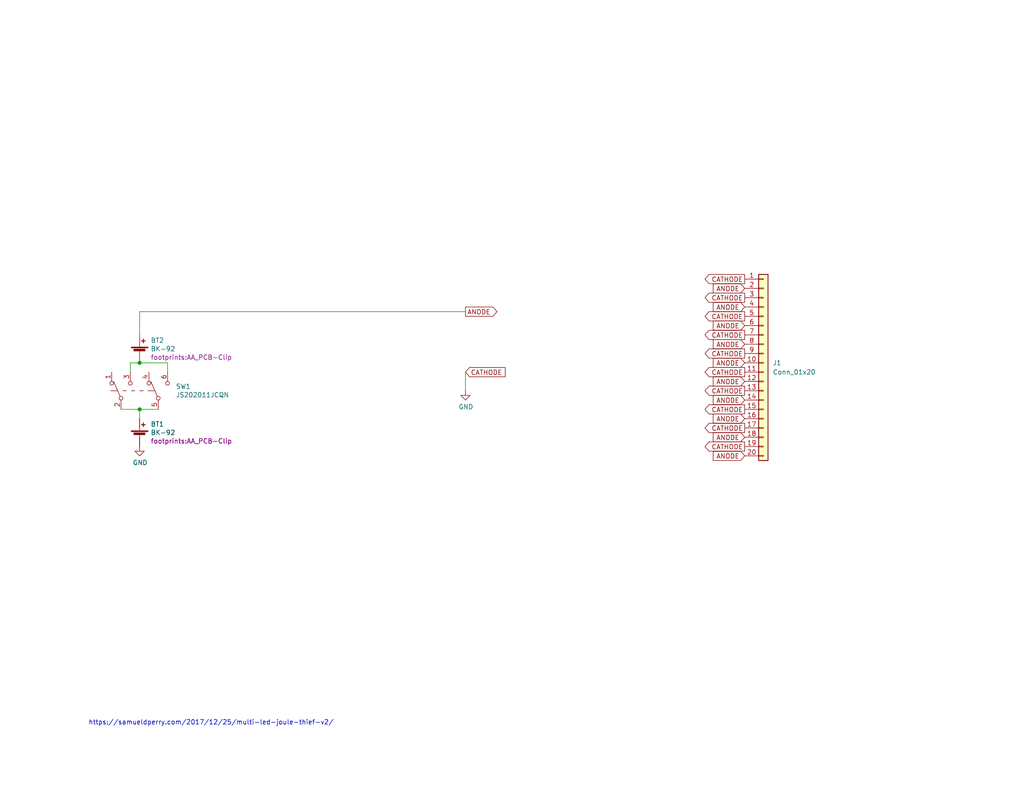
<source format=kicad_sch>
(kicad_sch (version 20211123) (generator eeschema)
  (paper "USLetter")
  (title_block (title "2021 Ornament") (date "2021-10-24") (rev "A") (company "Blaise Thompson"))
  (lib_symbols
    (symbol "Connector_Generic:Conn_01x20" (pin_names (offset 1.016) hide)
      (property "Reference" "J" (at 0 25.4 0))
      (property "Value" "Conn_01x20" (at 0 -27.94 0))
      (symbol "Conn_01x20_1_1"
        (rectangle (start -1.27 -25.273) (end 0 -25.527) (stroke (width 0.1524)))
        (rectangle (start -1.27 -22.733) (end 0 -22.987) (stroke (width 0.1524)))
        (rectangle (start -1.27 -20.193) (end 0 -20.447) (stroke (width 0.1524)))
        (rectangle (start -1.27 -17.653) (end 0 -17.907) (stroke (width 0.1524)))
        (rectangle (start -1.27 -15.113) (end 0 -15.367) (stroke (width 0.1524)))
        (rectangle (start -1.27 -12.573) (end 0 -12.827) (stroke (width 0.1524)))
        (rectangle (start -1.27 -10.033) (end 0 -10.287) (stroke (width 0.1524)))
        (rectangle (start -1.27 -7.493) (end 0 -7.747) (stroke (width 0.1524)))
        (rectangle (start -1.27 -4.953) (end 0 -5.207) (stroke (width 0.1524)))
        (rectangle (start -1.27 -2.413) (end 0 -2.667) (stroke (width 0.1524)))
        (rectangle (start -1.27 0.127) (end 0 -0.127) (stroke (width 0.1524)))
        (rectangle (start -1.27 2.667) (end 0 2.413) (stroke (width 0.1524)))
        (rectangle (start -1.27 5.207) (end 0 4.953) (stroke (width 0.1524)))
        (rectangle (start -1.27 7.747) (end 0 7.493) (stroke (width 0.1524)))
        (rectangle (start -1.27 10.287) (end 0 10.033) (stroke (width 0.1524)))
        (rectangle (start -1.27 12.827) (end 0 12.573) (stroke (width 0.1524)))
        (rectangle (start -1.27 15.367) (end 0 15.113) (stroke (width 0.1524)))
        (rectangle (start -1.27 17.907) (end 0 17.653) (stroke (width 0.1524)))
        (rectangle (start -1.27 20.447) (end 0 20.193) (stroke (width 0.1524)))
        (rectangle (start -1.27 22.987) (end 0 22.733) (stroke (width 0.1524)))
        (rectangle (start -1.27 24.13) (end 1.27 -26.67) (stroke (width 0.254)) (fill (type background)))
        (pin passive line (at -5.08 22.86 0) (length 3.81) (name "Pin_1") (number "1"))
        (pin passive line (at -5.08 0 0) (length 3.81) (name "Pin_10") (number "10"))
        (pin passive line (at -5.08 -2.54 0) (length 3.81) (name "Pin_11") (number "11"))
        (pin passive line (at -5.08 -5.08 0) (length 3.81) (name "Pin_12") (number "12"))
        (pin passive line (at -5.08 -7.62 0) (length 3.81) (name "Pin_13") (number "13"))
        (pin passive line (at -5.08 -10.16 0) (length 3.81) (name "Pin_14") (number "14"))
        (pin passive line (at -5.08 -12.7 0) (length 3.81) (name "Pin_15") (number "15"))
        (pin passive line (at -5.08 -15.24 0) (length 3.81) (name "Pin_16") (number "16"))
        (pin passive line (at -5.08 -17.78 0) (length 3.81) (name "Pin_17") (number "17"))
        (pin passive line (at -5.08 -20.32 0) (length 3.81) (name "Pin_18") (number "18"))
        (pin passive line (at -5.08 -22.86 0) (length 3.81) (name "Pin_19") (number "19"))
        (pin passive line (at -5.08 20.32 0) (length 3.81) (name "Pin_2") (number "2"))
        (pin passive line (at -5.08 -25.4 0) (length 3.81) (name "Pin_20") (number "20"))
        (pin passive line (at -5.08 17.78 0) (length 3.81) (name "Pin_3") (number "3"))
        (pin passive line (at -5.08 15.24 0) (length 3.81) (name "Pin_4") (number "4"))
        (pin passive line (at -5.08 12.7 0) (length 3.81) (name "Pin_5") (number "5"))
        (pin passive line (at -5.08 10.16 0) (length 3.81) (name "Pin_6") (number "6"))
        (pin passive line (at -5.08 7.62 0) (length 3.81) (name "Pin_7") (number "7"))
        (pin passive line (at -5.08 5.08 0) (length 3.81) (name "Pin_8") (number "8"))
        (pin passive line (at -5.08 2.54 0) (length 3.81) (name "Pin_9") (number "9"))
      )
    )
    (symbol "Device:Battery_Cell" (pin_numbers hide) (pin_names (offset 0) hide)
      (property "Reference" "BT" (at 2.54 2.54 0))
      (property "Value" "Battery_Cell" (at 2.54 0 0))
      (symbol "Battery_Cell_0_1"
        (rectangle (start -2.286 1.778) (end 2.286 1.524) (fill (type outline)))
        (rectangle (start -1.5748 1.1938) (end 1.4732 0.6858) (fill (type outline)))
        (polyline (pts (xy 0 0.762) (xy 0 0)))
        (polyline (pts (xy 0 1.778) (xy 0 2.54)))
        (polyline (pts (xy 0.508 3.429) (xy 1.524 3.429)) (stroke (width 0.254)))
        (polyline (pts (xy 1.016 3.937) (xy 1.016 2.921)) (stroke (width 0.254)))
      )
      (symbol "Battery_Cell_1_1"
        (pin passive line (at 0 5.08 270) (length 2.54) (name "+") (number "1"))
        (pin passive line (at 0 -2.54 90) (length 2.54) (name "-") (number "2"))
      )
    )
    (symbol "Switch:SW_Push_DPDT" (pin_names (offset 0) hide)
      (property "Reference" "SW" (at 0 8.89 0))
      (property "Value" "SW_Push_DPDT" (at 0 -10.16 0))
      (symbol "SW_Push_DPDT_0_0"
        (circle (center -2.032 -5.08) (radius 0.508))
        (circle (center -2.032 5.08) (radius 0.508))
        (circle (center 2.032 -7.62) (radius 0.508))
        (circle (center 2.032 2.54) (radius 0.508))
      )
      (symbol "SW_Push_DPDT_0_1"
        (polyline (pts (xy -1.524 -4.826) (xy 2.54 -3.048)))
        (polyline (pts (xy -1.524 5.334) (xy 2.54 7.112)))
        (polyline (pts (xy 0 -2.286) (xy 0 -4.064)))
        (polyline (pts (xy 0 -1.016) (xy 0 0)))
        (polyline (pts (xy 0 1.27) (xy 0 2.286)))
        (polyline (pts (xy 0 3.556) (xy 0 4.572)))
        (polyline (pts (xy 0 7.874) (xy 0 6.096)))
        (circle (center 2.032 -2.54) (radius 0.508))
        (circle (center 2.032 7.62) (radius 0.508))
      )
      (symbol "SW_Push_DPDT_1_1"
        (pin passive line (at 5.08 7.62 180) (length 2.54) (name "A") (number "1"))
        (pin passive line (at -5.08 5.08 0) (length 2.54) (name "B") (number "2"))
        (pin passive line (at 5.08 2.54 180) (length 2.54) (name "C") (number "3"))
        (pin passive line (at 5.08 -2.54 180) (length 2.54) (name "A") (number "4"))
        (pin passive line (at -5.08 -5.08 0) (length 2.54) (name "B") (number "5"))
        (pin passive line (at 5.08 -7.62 180) (length 2.54) (name "C") (number "6"))
      )
    )
    (symbol "power:GND" (power) (pin_names (offset 0))
      (property "Value" "GND" (at 0 -3.81 0))
      (symbol "GND_0_1"
        (polyline (pts (xy 0 0) (xy 0 -1.27) (xy 1.27 -1.27) (xy 0 -2.54) (xy -1.27 -1.27) (xy 0 -1.27)))
      )
      (symbol "GND_1_1"
        (pin power_in line (at 0 0 270) (length 0) hide (name "GND") (number "1"))
      )
    )
  )
  (junction (at 38.1 99.06))
  (junction (at 38.1 111.76))
  (wire (pts (xy 45.72 99.06) (xy 45.72 101.6)))
  (wire (pts (xy 35.56 99.06) (xy 38.1 99.06)))
  (wire (pts (xy 38.1 111.76) (xy 43.18 111.76)))
  (wire (pts (xy 38.1 85.09) (xy 127 85.09)))
  (wire (pts (xy 38.1 111.76) (xy 33.02 111.76)))
  (wire (pts (xy 38.1 99.06) (xy 45.72 99.06)))
  (wire (pts (xy 38.1 85.09) (xy 38.1 91.44)))
  (wire (pts (xy 127 101.6) (xy 127 106.68)))
  (wire (pts (xy 38.1 114.3) (xy 38.1 111.76)))
  (wire (pts (xy 35.56 101.6) (xy 35.56 99.06)))
  (text "https://samueldperry.com/2017/12/25/multi-led-joule-thief-v2/" (at 24.13 198.12 0) (effects (font (size 1.27 1.27)) (justify left bottom)))
  (global_label "CATHODE" (shape output) (at 203.2 106.68 180) (property "Intersheet References" "${INTERSHEET_REFS}" (effects hide)))
  (global_label "CATHODE" (shape output) (at 203.2 81.28 180) (property "Intersheet References" "${INTERSHEET_REFS}" (effects hide)))
  (global_label "ANODE" (shape input) (at 203.2 93.98 180) (property "Intersheet References" "${INTERSHEET_REFS}" (effects hide)))
  (global_label "ANODE" (shape input) (at 203.2 124.46 180) (property "Intersheet References" "${INTERSHEET_REFS}" (effects hide)))
  (global_label "CATHODE" (shape output) (at 203.2 121.92 180) (property "Intersheet References" "${INTERSHEET_REFS}" (effects hide)))
  (global_label "ANODE" (shape input) (at 203.2 109.22 180) (property "Intersheet References" "${INTERSHEET_REFS}" (effects hide)))
  (global_label "CATHODE" (shape output) (at 203.2 86.36 180) (property "Intersheet References" "${INTERSHEET_REFS}" (effects hide)))
  (global_label "ANODE" (shape input) (at 203.2 104.14 180) (property "Intersheet References" "${INTERSHEET_REFS}" (effects hide)))
  (global_label "CATHODE" (shape output) (at 203.2 101.6 180) (property "Intersheet References" "${INTERSHEET_REFS}" (effects hide)))
  (global_label "CATHODE" (shape output) (at 203.2 116.84 180) (property "Intersheet References" "${INTERSHEET_REFS}" (effects hide)))
  (global_label "ANODE" (shape input) (at 203.2 83.82 180) (property "Intersheet References" "${INTERSHEET_REFS}" (effects hide)))
  (global_label "CATHODE" (shape output) (at 203.2 91.44 180) (property "Intersheet References" "${INTERSHEET_REFS}" (effects hide)))
  (global_label "ANODE" (shape input) (at 203.2 88.9 180) (property "Intersheet References" "${INTERSHEET_REFS}" (effects hide)))
  (global_label "ANODE" (shape input) (at 203.2 114.3 180) (property "Intersheet References" "${INTERSHEET_REFS}" (effects hide)))
  (global_label "ANODE" (shape input) (at 203.2 99.06 180) (property "Intersheet References" "${INTERSHEET_REFS}" (effects hide)))
  (global_label "ANODE" (shape input) (at 203.2 78.74 180) (property "Intersheet References" "${INTERSHEET_REFS}" (effects hide)))
  (global_label "ANODE" (shape output) (at 127 85.09 0) (property "Intersheet References" "${INTERSHEET_REFS}" (effects hide)))
  (global_label "CATHODE" (shape output) (at 203.2 76.2 180) (property "Intersheet References" "${INTERSHEET_REFS}" (effects hide)))
  (global_label "CATHODE" (shape output) (at 203.2 111.76 180) (property "Intersheet References" "${INTERSHEET_REFS}" (effects hide)))
  (global_label "CATHODE" (shape output) (at 203.2 96.52 180) (property "Intersheet References" "${INTERSHEET_REFS}" (effects hide)))
  (global_label "ANODE" (shape input) (at 203.2 119.38 180) (property "Intersheet References" "${INTERSHEET_REFS}" (effects hide)))
  (global_label "CATHODE" (shape input) (at 127 101.6 0) (property "Intersheet References" "${INTERSHEET_REFS}" (effects hide)))
  (symbol (lib_id "Device:Battery_Cell") (at 38.1 119.38 0) (unit 1)
    (property "Reference" "BT1" (at 41.0972 115.7986 0) (effects (justify left)))
    (property "Value" "BK-92" (at 41.0972 118.11 0) (effects (justify left)))
    (property "Footprint" "footprints:AA_PCB-Clip" (at 41.0972 120.4214 0) (effects (justify left)))
  )
  (symbol (lib_id "power:GND") (at 38.1 121.92 0) (unit 1)
    (property "Reference" "#PWR01" (effects hide))
    (property "Value" "GND" (at 38.227 126.3142 0))
  )
  (symbol (lib_id "Connector_Generic:Conn_01x20") (at 208.28 99.06 0) (unit 1)
    (property "Reference" "J1" (at 210.82 99.0599 0) (effects (justify left)))
    (property "Value" "Conn_01x20" (at 210.82 101.5999 0) (effects (justify left)))
    (property "Footprint" "Connector_PinSocket_2.54mm:PinSocket_1x20_P2.54mm_Vertical" (effects hide))
  )
  (symbol (lib_id "Switch:SW_Push_DPDT") (at 38.1 106.68 90) (unit 1)
    (property "Reference" "SW1" (at 47.9552 105.5116 90) (effects (justify right)))
    (property "Value" "JS202011JCQN" (at 47.9552 107.823 90) (effects (justify right)))
    (property "Footprint" "Button_Switch_SMD:SW_DPDT_CK_JS202011JCQN" (effects hide))
  )
  (symbol (lib_id "power:GND") (at 127 106.68 0) (unit 1)
    (property "Reference" "#PWR0101" (effects hide))
    (property "Value" "GND" (at 127.127 111.0742 0))
  )
  (symbol (lib_id "Device:Battery_Cell") (at 38.1 96.52 0) (unit 1)
    (property "Reference" "BT2" (at 41.0972 92.9386 0) (effects (justify left)))
    (property "Value" "BK-92" (at 41.0972 95.25 0) (effects (justify left)))
    (property "Footprint" "footprints:AA_PCB-Clip" (at 41.0972 97.5614 0) (effects (justify left)))
  )
)
</source>
